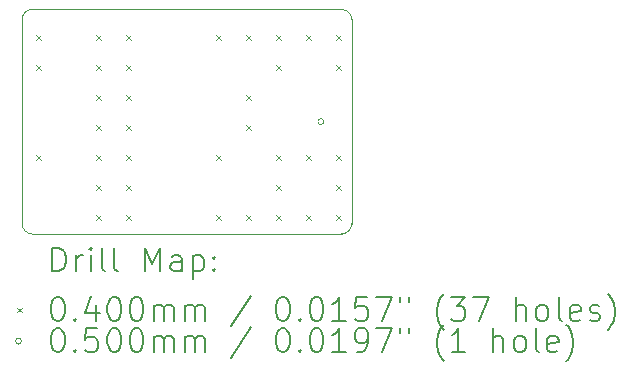
<source format=gbr>
%TF.GenerationSoftware,KiCad,Pcbnew,7.0.10-7.0.10~ubuntu22.04.1*%
%TF.CreationDate,2024-01-14T22:11:58+10:00*%
%TF.ProjectId,MXBreakout,4d584272-6561-46b6-9f75-742e6b696361,rev?*%
%TF.SameCoordinates,Original*%
%TF.FileFunction,Drillmap*%
%TF.FilePolarity,Positive*%
%FSLAX45Y45*%
G04 Gerber Fmt 4.5, Leading zero omitted, Abs format (unit mm)*
G04 Created by KiCad (PCBNEW 7.0.10-7.0.10~ubuntu22.04.1) date 2024-01-14 22:11:58*
%MOMM*%
%LPD*%
G01*
G04 APERTURE LIST*
%ADD10C,0.100000*%
%ADD11C,0.200000*%
G04 APERTURE END LIST*
D10*
X11500104Y-8020104D02*
X11500104Y-9749896D01*
X14204896Y-7935104D02*
X11585104Y-7935104D01*
X14290000Y-9750000D02*
X14289896Y-8020104D01*
X11585104Y-9834896D02*
X14205000Y-9835000D01*
X11500104Y-9749896D02*
G75*
G03*
X11585104Y-9834896I85000J0D01*
G01*
X11585104Y-7935104D02*
G75*
G03*
X11500104Y-8020104I0J-85000D01*
G01*
X14289896Y-8020104D02*
G75*
G03*
X14204896Y-7935104I-85000J0D01*
G01*
X14205000Y-9835000D02*
G75*
G03*
X14290000Y-9750000I0J85000D01*
G01*
D11*
D10*
X11620071Y-8150548D02*
X11660071Y-8190548D01*
X11660071Y-8150548D02*
X11620071Y-8190548D01*
X11620071Y-8404548D02*
X11660071Y-8444548D01*
X11660071Y-8404548D02*
X11620071Y-8444548D01*
X11620071Y-9166548D02*
X11660071Y-9206548D01*
X11660071Y-9166548D02*
X11620071Y-9206548D01*
X12128071Y-8150548D02*
X12168071Y-8190548D01*
X12168071Y-8150548D02*
X12128071Y-8190548D01*
X12128071Y-8404548D02*
X12168071Y-8444548D01*
X12168071Y-8404548D02*
X12128071Y-8444548D01*
X12128071Y-8658548D02*
X12168071Y-8698548D01*
X12168071Y-8658548D02*
X12128071Y-8698548D01*
X12128071Y-8912548D02*
X12168071Y-8952548D01*
X12168071Y-8912548D02*
X12128071Y-8952548D01*
X12128071Y-9166548D02*
X12168071Y-9206548D01*
X12168071Y-9166548D02*
X12128071Y-9206548D01*
X12128071Y-9420548D02*
X12168071Y-9460548D01*
X12168071Y-9420548D02*
X12128071Y-9460548D01*
X12128071Y-9674548D02*
X12168071Y-9714548D01*
X12168071Y-9674548D02*
X12128071Y-9714548D01*
X12382071Y-8150548D02*
X12422071Y-8190548D01*
X12422071Y-8150548D02*
X12382071Y-8190548D01*
X12382071Y-8404548D02*
X12422071Y-8444548D01*
X12422071Y-8404548D02*
X12382071Y-8444548D01*
X12382071Y-8658548D02*
X12422071Y-8698548D01*
X12422071Y-8658548D02*
X12382071Y-8698548D01*
X12382071Y-8912548D02*
X12422071Y-8952548D01*
X12422071Y-8912548D02*
X12382071Y-8952548D01*
X12382071Y-9166548D02*
X12422071Y-9206548D01*
X12422071Y-9166548D02*
X12382071Y-9206548D01*
X12382071Y-9420548D02*
X12422071Y-9460548D01*
X12422071Y-9420548D02*
X12382071Y-9460548D01*
X12382071Y-9674548D02*
X12422071Y-9714548D01*
X12422071Y-9674548D02*
X12382071Y-9714548D01*
X13144071Y-8150548D02*
X13184071Y-8190548D01*
X13184071Y-8150548D02*
X13144071Y-8190548D01*
X13144071Y-9166548D02*
X13184071Y-9206548D01*
X13184071Y-9166548D02*
X13144071Y-9206548D01*
X13144071Y-9674548D02*
X13184071Y-9714548D01*
X13184071Y-9674548D02*
X13144071Y-9714548D01*
X13398071Y-8150548D02*
X13438071Y-8190548D01*
X13438071Y-8150548D02*
X13398071Y-8190548D01*
X13398071Y-8658548D02*
X13438071Y-8698548D01*
X13438071Y-8658548D02*
X13398071Y-8698548D01*
X13398071Y-8912548D02*
X13438071Y-8952548D01*
X13438071Y-8912548D02*
X13398071Y-8952548D01*
X13398071Y-9674548D02*
X13438071Y-9714548D01*
X13438071Y-9674548D02*
X13398071Y-9714548D01*
X13652071Y-8150548D02*
X13692071Y-8190548D01*
X13692071Y-8150548D02*
X13652071Y-8190548D01*
X13652071Y-8404548D02*
X13692071Y-8444548D01*
X13692071Y-8404548D02*
X13652071Y-8444548D01*
X13652071Y-9166548D02*
X13692071Y-9206548D01*
X13692071Y-9166548D02*
X13652071Y-9206548D01*
X13652071Y-9420548D02*
X13692071Y-9460548D01*
X13692071Y-9420548D02*
X13652071Y-9460548D01*
X13652071Y-9674548D02*
X13692071Y-9714548D01*
X13692071Y-9674548D02*
X13652071Y-9714548D01*
X13906071Y-8150548D02*
X13946071Y-8190548D01*
X13946071Y-8150548D02*
X13906071Y-8190548D01*
X13906071Y-9166548D02*
X13946071Y-9206548D01*
X13946071Y-9166548D02*
X13906071Y-9206548D01*
X13906071Y-9674548D02*
X13946071Y-9714548D01*
X13946071Y-9674548D02*
X13906071Y-9714548D01*
X14160071Y-8150548D02*
X14200071Y-8190548D01*
X14200071Y-8150548D02*
X14160071Y-8190548D01*
X14160071Y-8404548D02*
X14200071Y-8444548D01*
X14200071Y-8404548D02*
X14160071Y-8444548D01*
X14160071Y-9166548D02*
X14200071Y-9206548D01*
X14200071Y-9166548D02*
X14160071Y-9206548D01*
X14160071Y-9420548D02*
X14200071Y-9460548D01*
X14200071Y-9420548D02*
X14160071Y-9460548D01*
X14160071Y-9674548D02*
X14200071Y-9714548D01*
X14200071Y-9674548D02*
X14160071Y-9714548D01*
X14055000Y-8885000D02*
G75*
G03*
X14005000Y-8885000I-25000J0D01*
G01*
X14005000Y-8885000D02*
G75*
G03*
X14055000Y-8885000I25000J0D01*
G01*
D11*
X11755881Y-10151484D02*
X11755881Y-9951484D01*
X11755881Y-9951484D02*
X11803500Y-9951484D01*
X11803500Y-9951484D02*
X11832071Y-9961008D01*
X11832071Y-9961008D02*
X11851119Y-9980055D01*
X11851119Y-9980055D02*
X11860643Y-9999103D01*
X11860643Y-9999103D02*
X11870167Y-10037198D01*
X11870167Y-10037198D02*
X11870167Y-10065770D01*
X11870167Y-10065770D02*
X11860643Y-10103865D01*
X11860643Y-10103865D02*
X11851119Y-10122912D01*
X11851119Y-10122912D02*
X11832071Y-10141960D01*
X11832071Y-10141960D02*
X11803500Y-10151484D01*
X11803500Y-10151484D02*
X11755881Y-10151484D01*
X11955881Y-10151484D02*
X11955881Y-10018150D01*
X11955881Y-10056246D02*
X11965405Y-10037198D01*
X11965405Y-10037198D02*
X11974928Y-10027674D01*
X11974928Y-10027674D02*
X11993976Y-10018150D01*
X11993976Y-10018150D02*
X12013024Y-10018150D01*
X12079690Y-10151484D02*
X12079690Y-10018150D01*
X12079690Y-9951484D02*
X12070167Y-9961008D01*
X12070167Y-9961008D02*
X12079690Y-9970531D01*
X12079690Y-9970531D02*
X12089214Y-9961008D01*
X12089214Y-9961008D02*
X12079690Y-9951484D01*
X12079690Y-9951484D02*
X12079690Y-9970531D01*
X12203500Y-10151484D02*
X12184452Y-10141960D01*
X12184452Y-10141960D02*
X12174928Y-10122912D01*
X12174928Y-10122912D02*
X12174928Y-9951484D01*
X12308262Y-10151484D02*
X12289214Y-10141960D01*
X12289214Y-10141960D02*
X12279690Y-10122912D01*
X12279690Y-10122912D02*
X12279690Y-9951484D01*
X12536833Y-10151484D02*
X12536833Y-9951484D01*
X12536833Y-9951484D02*
X12603500Y-10094341D01*
X12603500Y-10094341D02*
X12670167Y-9951484D01*
X12670167Y-9951484D02*
X12670167Y-10151484D01*
X12851119Y-10151484D02*
X12851119Y-10046722D01*
X12851119Y-10046722D02*
X12841595Y-10027674D01*
X12841595Y-10027674D02*
X12822548Y-10018150D01*
X12822548Y-10018150D02*
X12784452Y-10018150D01*
X12784452Y-10018150D02*
X12765405Y-10027674D01*
X12851119Y-10141960D02*
X12832071Y-10151484D01*
X12832071Y-10151484D02*
X12784452Y-10151484D01*
X12784452Y-10151484D02*
X12765405Y-10141960D01*
X12765405Y-10141960D02*
X12755881Y-10122912D01*
X12755881Y-10122912D02*
X12755881Y-10103865D01*
X12755881Y-10103865D02*
X12765405Y-10084817D01*
X12765405Y-10084817D02*
X12784452Y-10075293D01*
X12784452Y-10075293D02*
X12832071Y-10075293D01*
X12832071Y-10075293D02*
X12851119Y-10065770D01*
X12946357Y-10018150D02*
X12946357Y-10218150D01*
X12946357Y-10027674D02*
X12965405Y-10018150D01*
X12965405Y-10018150D02*
X13003500Y-10018150D01*
X13003500Y-10018150D02*
X13022548Y-10027674D01*
X13022548Y-10027674D02*
X13032071Y-10037198D01*
X13032071Y-10037198D02*
X13041595Y-10056246D01*
X13041595Y-10056246D02*
X13041595Y-10113389D01*
X13041595Y-10113389D02*
X13032071Y-10132436D01*
X13032071Y-10132436D02*
X13022548Y-10141960D01*
X13022548Y-10141960D02*
X13003500Y-10151484D01*
X13003500Y-10151484D02*
X12965405Y-10151484D01*
X12965405Y-10151484D02*
X12946357Y-10141960D01*
X13127309Y-10132436D02*
X13136833Y-10141960D01*
X13136833Y-10141960D02*
X13127309Y-10151484D01*
X13127309Y-10151484D02*
X13117786Y-10141960D01*
X13117786Y-10141960D02*
X13127309Y-10132436D01*
X13127309Y-10132436D02*
X13127309Y-10151484D01*
X13127309Y-10027674D02*
X13136833Y-10037198D01*
X13136833Y-10037198D02*
X13127309Y-10046722D01*
X13127309Y-10046722D02*
X13117786Y-10037198D01*
X13117786Y-10037198D02*
X13127309Y-10027674D01*
X13127309Y-10027674D02*
X13127309Y-10046722D01*
D10*
X11455104Y-10460000D02*
X11495104Y-10500000D01*
X11495104Y-10460000D02*
X11455104Y-10500000D01*
D11*
X11793976Y-10371484D02*
X11813024Y-10371484D01*
X11813024Y-10371484D02*
X11832071Y-10381008D01*
X11832071Y-10381008D02*
X11841595Y-10390531D01*
X11841595Y-10390531D02*
X11851119Y-10409579D01*
X11851119Y-10409579D02*
X11860643Y-10447674D01*
X11860643Y-10447674D02*
X11860643Y-10495293D01*
X11860643Y-10495293D02*
X11851119Y-10533389D01*
X11851119Y-10533389D02*
X11841595Y-10552436D01*
X11841595Y-10552436D02*
X11832071Y-10561960D01*
X11832071Y-10561960D02*
X11813024Y-10571484D01*
X11813024Y-10571484D02*
X11793976Y-10571484D01*
X11793976Y-10571484D02*
X11774928Y-10561960D01*
X11774928Y-10561960D02*
X11765405Y-10552436D01*
X11765405Y-10552436D02*
X11755881Y-10533389D01*
X11755881Y-10533389D02*
X11746357Y-10495293D01*
X11746357Y-10495293D02*
X11746357Y-10447674D01*
X11746357Y-10447674D02*
X11755881Y-10409579D01*
X11755881Y-10409579D02*
X11765405Y-10390531D01*
X11765405Y-10390531D02*
X11774928Y-10381008D01*
X11774928Y-10381008D02*
X11793976Y-10371484D01*
X11946357Y-10552436D02*
X11955881Y-10561960D01*
X11955881Y-10561960D02*
X11946357Y-10571484D01*
X11946357Y-10571484D02*
X11936833Y-10561960D01*
X11936833Y-10561960D02*
X11946357Y-10552436D01*
X11946357Y-10552436D02*
X11946357Y-10571484D01*
X12127309Y-10438150D02*
X12127309Y-10571484D01*
X12079690Y-10361960D02*
X12032071Y-10504817D01*
X12032071Y-10504817D02*
X12155881Y-10504817D01*
X12270167Y-10371484D02*
X12289214Y-10371484D01*
X12289214Y-10371484D02*
X12308262Y-10381008D01*
X12308262Y-10381008D02*
X12317786Y-10390531D01*
X12317786Y-10390531D02*
X12327309Y-10409579D01*
X12327309Y-10409579D02*
X12336833Y-10447674D01*
X12336833Y-10447674D02*
X12336833Y-10495293D01*
X12336833Y-10495293D02*
X12327309Y-10533389D01*
X12327309Y-10533389D02*
X12317786Y-10552436D01*
X12317786Y-10552436D02*
X12308262Y-10561960D01*
X12308262Y-10561960D02*
X12289214Y-10571484D01*
X12289214Y-10571484D02*
X12270167Y-10571484D01*
X12270167Y-10571484D02*
X12251119Y-10561960D01*
X12251119Y-10561960D02*
X12241595Y-10552436D01*
X12241595Y-10552436D02*
X12232071Y-10533389D01*
X12232071Y-10533389D02*
X12222548Y-10495293D01*
X12222548Y-10495293D02*
X12222548Y-10447674D01*
X12222548Y-10447674D02*
X12232071Y-10409579D01*
X12232071Y-10409579D02*
X12241595Y-10390531D01*
X12241595Y-10390531D02*
X12251119Y-10381008D01*
X12251119Y-10381008D02*
X12270167Y-10371484D01*
X12460643Y-10371484D02*
X12479690Y-10371484D01*
X12479690Y-10371484D02*
X12498738Y-10381008D01*
X12498738Y-10381008D02*
X12508262Y-10390531D01*
X12508262Y-10390531D02*
X12517786Y-10409579D01*
X12517786Y-10409579D02*
X12527309Y-10447674D01*
X12527309Y-10447674D02*
X12527309Y-10495293D01*
X12527309Y-10495293D02*
X12517786Y-10533389D01*
X12517786Y-10533389D02*
X12508262Y-10552436D01*
X12508262Y-10552436D02*
X12498738Y-10561960D01*
X12498738Y-10561960D02*
X12479690Y-10571484D01*
X12479690Y-10571484D02*
X12460643Y-10571484D01*
X12460643Y-10571484D02*
X12441595Y-10561960D01*
X12441595Y-10561960D02*
X12432071Y-10552436D01*
X12432071Y-10552436D02*
X12422548Y-10533389D01*
X12422548Y-10533389D02*
X12413024Y-10495293D01*
X12413024Y-10495293D02*
X12413024Y-10447674D01*
X12413024Y-10447674D02*
X12422548Y-10409579D01*
X12422548Y-10409579D02*
X12432071Y-10390531D01*
X12432071Y-10390531D02*
X12441595Y-10381008D01*
X12441595Y-10381008D02*
X12460643Y-10371484D01*
X12613024Y-10571484D02*
X12613024Y-10438150D01*
X12613024Y-10457198D02*
X12622548Y-10447674D01*
X12622548Y-10447674D02*
X12641595Y-10438150D01*
X12641595Y-10438150D02*
X12670167Y-10438150D01*
X12670167Y-10438150D02*
X12689214Y-10447674D01*
X12689214Y-10447674D02*
X12698738Y-10466722D01*
X12698738Y-10466722D02*
X12698738Y-10571484D01*
X12698738Y-10466722D02*
X12708262Y-10447674D01*
X12708262Y-10447674D02*
X12727309Y-10438150D01*
X12727309Y-10438150D02*
X12755881Y-10438150D01*
X12755881Y-10438150D02*
X12774929Y-10447674D01*
X12774929Y-10447674D02*
X12784452Y-10466722D01*
X12784452Y-10466722D02*
X12784452Y-10571484D01*
X12879690Y-10571484D02*
X12879690Y-10438150D01*
X12879690Y-10457198D02*
X12889214Y-10447674D01*
X12889214Y-10447674D02*
X12908262Y-10438150D01*
X12908262Y-10438150D02*
X12936833Y-10438150D01*
X12936833Y-10438150D02*
X12955881Y-10447674D01*
X12955881Y-10447674D02*
X12965405Y-10466722D01*
X12965405Y-10466722D02*
X12965405Y-10571484D01*
X12965405Y-10466722D02*
X12974929Y-10447674D01*
X12974929Y-10447674D02*
X12993976Y-10438150D01*
X12993976Y-10438150D02*
X13022548Y-10438150D01*
X13022548Y-10438150D02*
X13041595Y-10447674D01*
X13041595Y-10447674D02*
X13051119Y-10466722D01*
X13051119Y-10466722D02*
X13051119Y-10571484D01*
X13441595Y-10361960D02*
X13270167Y-10619103D01*
X13698738Y-10371484D02*
X13717786Y-10371484D01*
X13717786Y-10371484D02*
X13736833Y-10381008D01*
X13736833Y-10381008D02*
X13746357Y-10390531D01*
X13746357Y-10390531D02*
X13755881Y-10409579D01*
X13755881Y-10409579D02*
X13765405Y-10447674D01*
X13765405Y-10447674D02*
X13765405Y-10495293D01*
X13765405Y-10495293D02*
X13755881Y-10533389D01*
X13755881Y-10533389D02*
X13746357Y-10552436D01*
X13746357Y-10552436D02*
X13736833Y-10561960D01*
X13736833Y-10561960D02*
X13717786Y-10571484D01*
X13717786Y-10571484D02*
X13698738Y-10571484D01*
X13698738Y-10571484D02*
X13679691Y-10561960D01*
X13679691Y-10561960D02*
X13670167Y-10552436D01*
X13670167Y-10552436D02*
X13660643Y-10533389D01*
X13660643Y-10533389D02*
X13651119Y-10495293D01*
X13651119Y-10495293D02*
X13651119Y-10447674D01*
X13651119Y-10447674D02*
X13660643Y-10409579D01*
X13660643Y-10409579D02*
X13670167Y-10390531D01*
X13670167Y-10390531D02*
X13679691Y-10381008D01*
X13679691Y-10381008D02*
X13698738Y-10371484D01*
X13851119Y-10552436D02*
X13860643Y-10561960D01*
X13860643Y-10561960D02*
X13851119Y-10571484D01*
X13851119Y-10571484D02*
X13841595Y-10561960D01*
X13841595Y-10561960D02*
X13851119Y-10552436D01*
X13851119Y-10552436D02*
X13851119Y-10571484D01*
X13984452Y-10371484D02*
X14003500Y-10371484D01*
X14003500Y-10371484D02*
X14022548Y-10381008D01*
X14022548Y-10381008D02*
X14032072Y-10390531D01*
X14032072Y-10390531D02*
X14041595Y-10409579D01*
X14041595Y-10409579D02*
X14051119Y-10447674D01*
X14051119Y-10447674D02*
X14051119Y-10495293D01*
X14051119Y-10495293D02*
X14041595Y-10533389D01*
X14041595Y-10533389D02*
X14032072Y-10552436D01*
X14032072Y-10552436D02*
X14022548Y-10561960D01*
X14022548Y-10561960D02*
X14003500Y-10571484D01*
X14003500Y-10571484D02*
X13984452Y-10571484D01*
X13984452Y-10571484D02*
X13965405Y-10561960D01*
X13965405Y-10561960D02*
X13955881Y-10552436D01*
X13955881Y-10552436D02*
X13946357Y-10533389D01*
X13946357Y-10533389D02*
X13936833Y-10495293D01*
X13936833Y-10495293D02*
X13936833Y-10447674D01*
X13936833Y-10447674D02*
X13946357Y-10409579D01*
X13946357Y-10409579D02*
X13955881Y-10390531D01*
X13955881Y-10390531D02*
X13965405Y-10381008D01*
X13965405Y-10381008D02*
X13984452Y-10371484D01*
X14241595Y-10571484D02*
X14127310Y-10571484D01*
X14184452Y-10571484D02*
X14184452Y-10371484D01*
X14184452Y-10371484D02*
X14165405Y-10400055D01*
X14165405Y-10400055D02*
X14146357Y-10419103D01*
X14146357Y-10419103D02*
X14127310Y-10428627D01*
X14422548Y-10371484D02*
X14327310Y-10371484D01*
X14327310Y-10371484D02*
X14317786Y-10466722D01*
X14317786Y-10466722D02*
X14327310Y-10457198D01*
X14327310Y-10457198D02*
X14346357Y-10447674D01*
X14346357Y-10447674D02*
X14393976Y-10447674D01*
X14393976Y-10447674D02*
X14413024Y-10457198D01*
X14413024Y-10457198D02*
X14422548Y-10466722D01*
X14422548Y-10466722D02*
X14432072Y-10485770D01*
X14432072Y-10485770D02*
X14432072Y-10533389D01*
X14432072Y-10533389D02*
X14422548Y-10552436D01*
X14422548Y-10552436D02*
X14413024Y-10561960D01*
X14413024Y-10561960D02*
X14393976Y-10571484D01*
X14393976Y-10571484D02*
X14346357Y-10571484D01*
X14346357Y-10571484D02*
X14327310Y-10561960D01*
X14327310Y-10561960D02*
X14317786Y-10552436D01*
X14498738Y-10371484D02*
X14632072Y-10371484D01*
X14632072Y-10371484D02*
X14546357Y-10571484D01*
X14698738Y-10371484D02*
X14698738Y-10409579D01*
X14774929Y-10371484D02*
X14774929Y-10409579D01*
X15070167Y-10647674D02*
X15060643Y-10638150D01*
X15060643Y-10638150D02*
X15041595Y-10609579D01*
X15041595Y-10609579D02*
X15032072Y-10590531D01*
X15032072Y-10590531D02*
X15022548Y-10561960D01*
X15022548Y-10561960D02*
X15013024Y-10514341D01*
X15013024Y-10514341D02*
X15013024Y-10476246D01*
X15013024Y-10476246D02*
X15022548Y-10428627D01*
X15022548Y-10428627D02*
X15032072Y-10400055D01*
X15032072Y-10400055D02*
X15041595Y-10381008D01*
X15041595Y-10381008D02*
X15060643Y-10352436D01*
X15060643Y-10352436D02*
X15070167Y-10342912D01*
X15127310Y-10371484D02*
X15251119Y-10371484D01*
X15251119Y-10371484D02*
X15184453Y-10447674D01*
X15184453Y-10447674D02*
X15213024Y-10447674D01*
X15213024Y-10447674D02*
X15232072Y-10457198D01*
X15232072Y-10457198D02*
X15241595Y-10466722D01*
X15241595Y-10466722D02*
X15251119Y-10485770D01*
X15251119Y-10485770D02*
X15251119Y-10533389D01*
X15251119Y-10533389D02*
X15241595Y-10552436D01*
X15241595Y-10552436D02*
X15232072Y-10561960D01*
X15232072Y-10561960D02*
X15213024Y-10571484D01*
X15213024Y-10571484D02*
X15155881Y-10571484D01*
X15155881Y-10571484D02*
X15136834Y-10561960D01*
X15136834Y-10561960D02*
X15127310Y-10552436D01*
X15317786Y-10371484D02*
X15451119Y-10371484D01*
X15451119Y-10371484D02*
X15365405Y-10571484D01*
X15679691Y-10571484D02*
X15679691Y-10371484D01*
X15765405Y-10571484D02*
X15765405Y-10466722D01*
X15765405Y-10466722D02*
X15755881Y-10447674D01*
X15755881Y-10447674D02*
X15736834Y-10438150D01*
X15736834Y-10438150D02*
X15708262Y-10438150D01*
X15708262Y-10438150D02*
X15689215Y-10447674D01*
X15689215Y-10447674D02*
X15679691Y-10457198D01*
X15889215Y-10571484D02*
X15870167Y-10561960D01*
X15870167Y-10561960D02*
X15860643Y-10552436D01*
X15860643Y-10552436D02*
X15851119Y-10533389D01*
X15851119Y-10533389D02*
X15851119Y-10476246D01*
X15851119Y-10476246D02*
X15860643Y-10457198D01*
X15860643Y-10457198D02*
X15870167Y-10447674D01*
X15870167Y-10447674D02*
X15889215Y-10438150D01*
X15889215Y-10438150D02*
X15917786Y-10438150D01*
X15917786Y-10438150D02*
X15936834Y-10447674D01*
X15936834Y-10447674D02*
X15946357Y-10457198D01*
X15946357Y-10457198D02*
X15955881Y-10476246D01*
X15955881Y-10476246D02*
X15955881Y-10533389D01*
X15955881Y-10533389D02*
X15946357Y-10552436D01*
X15946357Y-10552436D02*
X15936834Y-10561960D01*
X15936834Y-10561960D02*
X15917786Y-10571484D01*
X15917786Y-10571484D02*
X15889215Y-10571484D01*
X16070167Y-10571484D02*
X16051119Y-10561960D01*
X16051119Y-10561960D02*
X16041596Y-10542912D01*
X16041596Y-10542912D02*
X16041596Y-10371484D01*
X16222548Y-10561960D02*
X16203500Y-10571484D01*
X16203500Y-10571484D02*
X16165405Y-10571484D01*
X16165405Y-10571484D02*
X16146357Y-10561960D01*
X16146357Y-10561960D02*
X16136834Y-10542912D01*
X16136834Y-10542912D02*
X16136834Y-10466722D01*
X16136834Y-10466722D02*
X16146357Y-10447674D01*
X16146357Y-10447674D02*
X16165405Y-10438150D01*
X16165405Y-10438150D02*
X16203500Y-10438150D01*
X16203500Y-10438150D02*
X16222548Y-10447674D01*
X16222548Y-10447674D02*
X16232072Y-10466722D01*
X16232072Y-10466722D02*
X16232072Y-10485770D01*
X16232072Y-10485770D02*
X16136834Y-10504817D01*
X16308262Y-10561960D02*
X16327310Y-10571484D01*
X16327310Y-10571484D02*
X16365405Y-10571484D01*
X16365405Y-10571484D02*
X16384453Y-10561960D01*
X16384453Y-10561960D02*
X16393977Y-10542912D01*
X16393977Y-10542912D02*
X16393977Y-10533389D01*
X16393977Y-10533389D02*
X16384453Y-10514341D01*
X16384453Y-10514341D02*
X16365405Y-10504817D01*
X16365405Y-10504817D02*
X16336834Y-10504817D01*
X16336834Y-10504817D02*
X16317786Y-10495293D01*
X16317786Y-10495293D02*
X16308262Y-10476246D01*
X16308262Y-10476246D02*
X16308262Y-10466722D01*
X16308262Y-10466722D02*
X16317786Y-10447674D01*
X16317786Y-10447674D02*
X16336834Y-10438150D01*
X16336834Y-10438150D02*
X16365405Y-10438150D01*
X16365405Y-10438150D02*
X16384453Y-10447674D01*
X16460643Y-10647674D02*
X16470167Y-10638150D01*
X16470167Y-10638150D02*
X16489215Y-10609579D01*
X16489215Y-10609579D02*
X16498738Y-10590531D01*
X16498738Y-10590531D02*
X16508262Y-10561960D01*
X16508262Y-10561960D02*
X16517786Y-10514341D01*
X16517786Y-10514341D02*
X16517786Y-10476246D01*
X16517786Y-10476246D02*
X16508262Y-10428627D01*
X16508262Y-10428627D02*
X16498738Y-10400055D01*
X16498738Y-10400055D02*
X16489215Y-10381008D01*
X16489215Y-10381008D02*
X16470167Y-10352436D01*
X16470167Y-10352436D02*
X16460643Y-10342912D01*
D10*
X11495104Y-10744000D02*
G75*
G03*
X11445104Y-10744000I-25000J0D01*
G01*
X11445104Y-10744000D02*
G75*
G03*
X11495104Y-10744000I25000J0D01*
G01*
D11*
X11793976Y-10635484D02*
X11813024Y-10635484D01*
X11813024Y-10635484D02*
X11832071Y-10645008D01*
X11832071Y-10645008D02*
X11841595Y-10654531D01*
X11841595Y-10654531D02*
X11851119Y-10673579D01*
X11851119Y-10673579D02*
X11860643Y-10711674D01*
X11860643Y-10711674D02*
X11860643Y-10759293D01*
X11860643Y-10759293D02*
X11851119Y-10797389D01*
X11851119Y-10797389D02*
X11841595Y-10816436D01*
X11841595Y-10816436D02*
X11832071Y-10825960D01*
X11832071Y-10825960D02*
X11813024Y-10835484D01*
X11813024Y-10835484D02*
X11793976Y-10835484D01*
X11793976Y-10835484D02*
X11774928Y-10825960D01*
X11774928Y-10825960D02*
X11765405Y-10816436D01*
X11765405Y-10816436D02*
X11755881Y-10797389D01*
X11755881Y-10797389D02*
X11746357Y-10759293D01*
X11746357Y-10759293D02*
X11746357Y-10711674D01*
X11746357Y-10711674D02*
X11755881Y-10673579D01*
X11755881Y-10673579D02*
X11765405Y-10654531D01*
X11765405Y-10654531D02*
X11774928Y-10645008D01*
X11774928Y-10645008D02*
X11793976Y-10635484D01*
X11946357Y-10816436D02*
X11955881Y-10825960D01*
X11955881Y-10825960D02*
X11946357Y-10835484D01*
X11946357Y-10835484D02*
X11936833Y-10825960D01*
X11936833Y-10825960D02*
X11946357Y-10816436D01*
X11946357Y-10816436D02*
X11946357Y-10835484D01*
X12136833Y-10635484D02*
X12041595Y-10635484D01*
X12041595Y-10635484D02*
X12032071Y-10730722D01*
X12032071Y-10730722D02*
X12041595Y-10721198D01*
X12041595Y-10721198D02*
X12060643Y-10711674D01*
X12060643Y-10711674D02*
X12108262Y-10711674D01*
X12108262Y-10711674D02*
X12127309Y-10721198D01*
X12127309Y-10721198D02*
X12136833Y-10730722D01*
X12136833Y-10730722D02*
X12146357Y-10749770D01*
X12146357Y-10749770D02*
X12146357Y-10797389D01*
X12146357Y-10797389D02*
X12136833Y-10816436D01*
X12136833Y-10816436D02*
X12127309Y-10825960D01*
X12127309Y-10825960D02*
X12108262Y-10835484D01*
X12108262Y-10835484D02*
X12060643Y-10835484D01*
X12060643Y-10835484D02*
X12041595Y-10825960D01*
X12041595Y-10825960D02*
X12032071Y-10816436D01*
X12270167Y-10635484D02*
X12289214Y-10635484D01*
X12289214Y-10635484D02*
X12308262Y-10645008D01*
X12308262Y-10645008D02*
X12317786Y-10654531D01*
X12317786Y-10654531D02*
X12327309Y-10673579D01*
X12327309Y-10673579D02*
X12336833Y-10711674D01*
X12336833Y-10711674D02*
X12336833Y-10759293D01*
X12336833Y-10759293D02*
X12327309Y-10797389D01*
X12327309Y-10797389D02*
X12317786Y-10816436D01*
X12317786Y-10816436D02*
X12308262Y-10825960D01*
X12308262Y-10825960D02*
X12289214Y-10835484D01*
X12289214Y-10835484D02*
X12270167Y-10835484D01*
X12270167Y-10835484D02*
X12251119Y-10825960D01*
X12251119Y-10825960D02*
X12241595Y-10816436D01*
X12241595Y-10816436D02*
X12232071Y-10797389D01*
X12232071Y-10797389D02*
X12222548Y-10759293D01*
X12222548Y-10759293D02*
X12222548Y-10711674D01*
X12222548Y-10711674D02*
X12232071Y-10673579D01*
X12232071Y-10673579D02*
X12241595Y-10654531D01*
X12241595Y-10654531D02*
X12251119Y-10645008D01*
X12251119Y-10645008D02*
X12270167Y-10635484D01*
X12460643Y-10635484D02*
X12479690Y-10635484D01*
X12479690Y-10635484D02*
X12498738Y-10645008D01*
X12498738Y-10645008D02*
X12508262Y-10654531D01*
X12508262Y-10654531D02*
X12517786Y-10673579D01*
X12517786Y-10673579D02*
X12527309Y-10711674D01*
X12527309Y-10711674D02*
X12527309Y-10759293D01*
X12527309Y-10759293D02*
X12517786Y-10797389D01*
X12517786Y-10797389D02*
X12508262Y-10816436D01*
X12508262Y-10816436D02*
X12498738Y-10825960D01*
X12498738Y-10825960D02*
X12479690Y-10835484D01*
X12479690Y-10835484D02*
X12460643Y-10835484D01*
X12460643Y-10835484D02*
X12441595Y-10825960D01*
X12441595Y-10825960D02*
X12432071Y-10816436D01*
X12432071Y-10816436D02*
X12422548Y-10797389D01*
X12422548Y-10797389D02*
X12413024Y-10759293D01*
X12413024Y-10759293D02*
X12413024Y-10711674D01*
X12413024Y-10711674D02*
X12422548Y-10673579D01*
X12422548Y-10673579D02*
X12432071Y-10654531D01*
X12432071Y-10654531D02*
X12441595Y-10645008D01*
X12441595Y-10645008D02*
X12460643Y-10635484D01*
X12613024Y-10835484D02*
X12613024Y-10702150D01*
X12613024Y-10721198D02*
X12622548Y-10711674D01*
X12622548Y-10711674D02*
X12641595Y-10702150D01*
X12641595Y-10702150D02*
X12670167Y-10702150D01*
X12670167Y-10702150D02*
X12689214Y-10711674D01*
X12689214Y-10711674D02*
X12698738Y-10730722D01*
X12698738Y-10730722D02*
X12698738Y-10835484D01*
X12698738Y-10730722D02*
X12708262Y-10711674D01*
X12708262Y-10711674D02*
X12727309Y-10702150D01*
X12727309Y-10702150D02*
X12755881Y-10702150D01*
X12755881Y-10702150D02*
X12774929Y-10711674D01*
X12774929Y-10711674D02*
X12784452Y-10730722D01*
X12784452Y-10730722D02*
X12784452Y-10835484D01*
X12879690Y-10835484D02*
X12879690Y-10702150D01*
X12879690Y-10721198D02*
X12889214Y-10711674D01*
X12889214Y-10711674D02*
X12908262Y-10702150D01*
X12908262Y-10702150D02*
X12936833Y-10702150D01*
X12936833Y-10702150D02*
X12955881Y-10711674D01*
X12955881Y-10711674D02*
X12965405Y-10730722D01*
X12965405Y-10730722D02*
X12965405Y-10835484D01*
X12965405Y-10730722D02*
X12974929Y-10711674D01*
X12974929Y-10711674D02*
X12993976Y-10702150D01*
X12993976Y-10702150D02*
X13022548Y-10702150D01*
X13022548Y-10702150D02*
X13041595Y-10711674D01*
X13041595Y-10711674D02*
X13051119Y-10730722D01*
X13051119Y-10730722D02*
X13051119Y-10835484D01*
X13441595Y-10625960D02*
X13270167Y-10883103D01*
X13698738Y-10635484D02*
X13717786Y-10635484D01*
X13717786Y-10635484D02*
X13736833Y-10645008D01*
X13736833Y-10645008D02*
X13746357Y-10654531D01*
X13746357Y-10654531D02*
X13755881Y-10673579D01*
X13755881Y-10673579D02*
X13765405Y-10711674D01*
X13765405Y-10711674D02*
X13765405Y-10759293D01*
X13765405Y-10759293D02*
X13755881Y-10797389D01*
X13755881Y-10797389D02*
X13746357Y-10816436D01*
X13746357Y-10816436D02*
X13736833Y-10825960D01*
X13736833Y-10825960D02*
X13717786Y-10835484D01*
X13717786Y-10835484D02*
X13698738Y-10835484D01*
X13698738Y-10835484D02*
X13679691Y-10825960D01*
X13679691Y-10825960D02*
X13670167Y-10816436D01*
X13670167Y-10816436D02*
X13660643Y-10797389D01*
X13660643Y-10797389D02*
X13651119Y-10759293D01*
X13651119Y-10759293D02*
X13651119Y-10711674D01*
X13651119Y-10711674D02*
X13660643Y-10673579D01*
X13660643Y-10673579D02*
X13670167Y-10654531D01*
X13670167Y-10654531D02*
X13679691Y-10645008D01*
X13679691Y-10645008D02*
X13698738Y-10635484D01*
X13851119Y-10816436D02*
X13860643Y-10825960D01*
X13860643Y-10825960D02*
X13851119Y-10835484D01*
X13851119Y-10835484D02*
X13841595Y-10825960D01*
X13841595Y-10825960D02*
X13851119Y-10816436D01*
X13851119Y-10816436D02*
X13851119Y-10835484D01*
X13984452Y-10635484D02*
X14003500Y-10635484D01*
X14003500Y-10635484D02*
X14022548Y-10645008D01*
X14022548Y-10645008D02*
X14032072Y-10654531D01*
X14032072Y-10654531D02*
X14041595Y-10673579D01*
X14041595Y-10673579D02*
X14051119Y-10711674D01*
X14051119Y-10711674D02*
X14051119Y-10759293D01*
X14051119Y-10759293D02*
X14041595Y-10797389D01*
X14041595Y-10797389D02*
X14032072Y-10816436D01*
X14032072Y-10816436D02*
X14022548Y-10825960D01*
X14022548Y-10825960D02*
X14003500Y-10835484D01*
X14003500Y-10835484D02*
X13984452Y-10835484D01*
X13984452Y-10835484D02*
X13965405Y-10825960D01*
X13965405Y-10825960D02*
X13955881Y-10816436D01*
X13955881Y-10816436D02*
X13946357Y-10797389D01*
X13946357Y-10797389D02*
X13936833Y-10759293D01*
X13936833Y-10759293D02*
X13936833Y-10711674D01*
X13936833Y-10711674D02*
X13946357Y-10673579D01*
X13946357Y-10673579D02*
X13955881Y-10654531D01*
X13955881Y-10654531D02*
X13965405Y-10645008D01*
X13965405Y-10645008D02*
X13984452Y-10635484D01*
X14241595Y-10835484D02*
X14127310Y-10835484D01*
X14184452Y-10835484D02*
X14184452Y-10635484D01*
X14184452Y-10635484D02*
X14165405Y-10664055D01*
X14165405Y-10664055D02*
X14146357Y-10683103D01*
X14146357Y-10683103D02*
X14127310Y-10692627D01*
X14336833Y-10835484D02*
X14374929Y-10835484D01*
X14374929Y-10835484D02*
X14393976Y-10825960D01*
X14393976Y-10825960D02*
X14403500Y-10816436D01*
X14403500Y-10816436D02*
X14422548Y-10787865D01*
X14422548Y-10787865D02*
X14432072Y-10749770D01*
X14432072Y-10749770D02*
X14432072Y-10673579D01*
X14432072Y-10673579D02*
X14422548Y-10654531D01*
X14422548Y-10654531D02*
X14413024Y-10645008D01*
X14413024Y-10645008D02*
X14393976Y-10635484D01*
X14393976Y-10635484D02*
X14355881Y-10635484D01*
X14355881Y-10635484D02*
X14336833Y-10645008D01*
X14336833Y-10645008D02*
X14327310Y-10654531D01*
X14327310Y-10654531D02*
X14317786Y-10673579D01*
X14317786Y-10673579D02*
X14317786Y-10721198D01*
X14317786Y-10721198D02*
X14327310Y-10740246D01*
X14327310Y-10740246D02*
X14336833Y-10749770D01*
X14336833Y-10749770D02*
X14355881Y-10759293D01*
X14355881Y-10759293D02*
X14393976Y-10759293D01*
X14393976Y-10759293D02*
X14413024Y-10749770D01*
X14413024Y-10749770D02*
X14422548Y-10740246D01*
X14422548Y-10740246D02*
X14432072Y-10721198D01*
X14498738Y-10635484D02*
X14632072Y-10635484D01*
X14632072Y-10635484D02*
X14546357Y-10835484D01*
X14698738Y-10635484D02*
X14698738Y-10673579D01*
X14774929Y-10635484D02*
X14774929Y-10673579D01*
X15070167Y-10911674D02*
X15060643Y-10902150D01*
X15060643Y-10902150D02*
X15041595Y-10873579D01*
X15041595Y-10873579D02*
X15032072Y-10854531D01*
X15032072Y-10854531D02*
X15022548Y-10825960D01*
X15022548Y-10825960D02*
X15013024Y-10778341D01*
X15013024Y-10778341D02*
X15013024Y-10740246D01*
X15013024Y-10740246D02*
X15022548Y-10692627D01*
X15022548Y-10692627D02*
X15032072Y-10664055D01*
X15032072Y-10664055D02*
X15041595Y-10645008D01*
X15041595Y-10645008D02*
X15060643Y-10616436D01*
X15060643Y-10616436D02*
X15070167Y-10606912D01*
X15251119Y-10835484D02*
X15136834Y-10835484D01*
X15193976Y-10835484D02*
X15193976Y-10635484D01*
X15193976Y-10635484D02*
X15174929Y-10664055D01*
X15174929Y-10664055D02*
X15155881Y-10683103D01*
X15155881Y-10683103D02*
X15136834Y-10692627D01*
X15489215Y-10835484D02*
X15489215Y-10635484D01*
X15574929Y-10835484D02*
X15574929Y-10730722D01*
X15574929Y-10730722D02*
X15565405Y-10711674D01*
X15565405Y-10711674D02*
X15546357Y-10702150D01*
X15546357Y-10702150D02*
X15517786Y-10702150D01*
X15517786Y-10702150D02*
X15498738Y-10711674D01*
X15498738Y-10711674D02*
X15489215Y-10721198D01*
X15698738Y-10835484D02*
X15679691Y-10825960D01*
X15679691Y-10825960D02*
X15670167Y-10816436D01*
X15670167Y-10816436D02*
X15660643Y-10797389D01*
X15660643Y-10797389D02*
X15660643Y-10740246D01*
X15660643Y-10740246D02*
X15670167Y-10721198D01*
X15670167Y-10721198D02*
X15679691Y-10711674D01*
X15679691Y-10711674D02*
X15698738Y-10702150D01*
X15698738Y-10702150D02*
X15727310Y-10702150D01*
X15727310Y-10702150D02*
X15746357Y-10711674D01*
X15746357Y-10711674D02*
X15755881Y-10721198D01*
X15755881Y-10721198D02*
X15765405Y-10740246D01*
X15765405Y-10740246D02*
X15765405Y-10797389D01*
X15765405Y-10797389D02*
X15755881Y-10816436D01*
X15755881Y-10816436D02*
X15746357Y-10825960D01*
X15746357Y-10825960D02*
X15727310Y-10835484D01*
X15727310Y-10835484D02*
X15698738Y-10835484D01*
X15879691Y-10835484D02*
X15860643Y-10825960D01*
X15860643Y-10825960D02*
X15851119Y-10806912D01*
X15851119Y-10806912D02*
X15851119Y-10635484D01*
X16032072Y-10825960D02*
X16013024Y-10835484D01*
X16013024Y-10835484D02*
X15974929Y-10835484D01*
X15974929Y-10835484D02*
X15955881Y-10825960D01*
X15955881Y-10825960D02*
X15946357Y-10806912D01*
X15946357Y-10806912D02*
X15946357Y-10730722D01*
X15946357Y-10730722D02*
X15955881Y-10711674D01*
X15955881Y-10711674D02*
X15974929Y-10702150D01*
X15974929Y-10702150D02*
X16013024Y-10702150D01*
X16013024Y-10702150D02*
X16032072Y-10711674D01*
X16032072Y-10711674D02*
X16041596Y-10730722D01*
X16041596Y-10730722D02*
X16041596Y-10749770D01*
X16041596Y-10749770D02*
X15946357Y-10768817D01*
X16108262Y-10911674D02*
X16117786Y-10902150D01*
X16117786Y-10902150D02*
X16136834Y-10873579D01*
X16136834Y-10873579D02*
X16146357Y-10854531D01*
X16146357Y-10854531D02*
X16155881Y-10825960D01*
X16155881Y-10825960D02*
X16165405Y-10778341D01*
X16165405Y-10778341D02*
X16165405Y-10740246D01*
X16165405Y-10740246D02*
X16155881Y-10692627D01*
X16155881Y-10692627D02*
X16146357Y-10664055D01*
X16146357Y-10664055D02*
X16136834Y-10645008D01*
X16136834Y-10645008D02*
X16117786Y-10616436D01*
X16117786Y-10616436D02*
X16108262Y-10606912D01*
M02*

</source>
